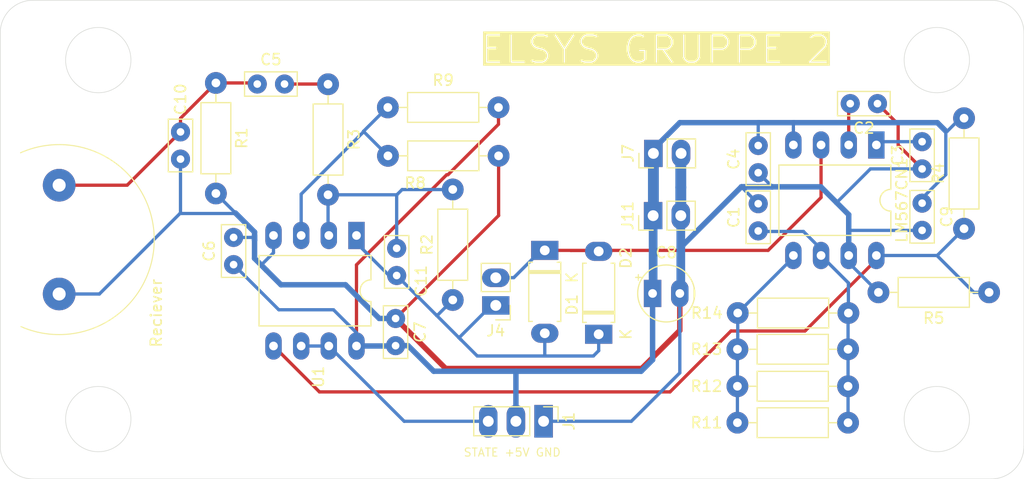
<source format=kicad_pcb>
(kicad_pcb (version 20241229) (generator "pcbnew") (generator_version "9.0")
  (layers (0 "F.Cu" signal) (2 "B.Cu" signal) (13 "F.Paste" user) (15 "B.Paste" user) (5 "F.SilkS" user "F.Silkscreen") (7 "B.SilkS" user "B.Silkscreen") (1 "F.Mask" user) (3 "B.Mask" user) (25 "Edge.Cuts" user))
  (net 0 "")
  (net 1 "GND")
  (net 2 "Net-(LM567CN1-Timing_Capacitor)")
  (net 3 "Net-(LM567CN1-Loop_Filter)")
  (net 4 "Net-(LM567CN1-Output_Filter)")
  (net 5 "+5V")
  (net 6 "Net-(MK1-+)")
  (net 7 "Net-(C5-Pad2)")
  (net 8 "Net-(D1-A)")
  (net 9 "Net-(U1A--)")
  (net 10 "Signal")
  (net 11 "State")
  (net 12 "Net-(LM567CN1-Timing_Resistor)")
  (net 13 "Net-(LM567CN1-Output)")
  (net 14 "Net-(U1A-+)")
  (footprint "UR:R_Axial_DIN0207_L6.3mm_D2.5mm_P10.16mm_Horizontal" (layer "F.Cu") (at 200.8 103.35 180)
    (property "Reference" "R5" (at 5.08 -2.37 0) (layer "F.SilkS"))
    (property "Value" "R")
    (fp_line (start 9.12 0) (end 8.35 0) (stroke (width 0.12)) (layer "F.SilkS"))
    (fp_line (start 8.35 1.37) (end 8.35 -1.37) (stroke (width 0.12)) (layer "F.SilkS"))
    (fp_line (start 8.35 -1.37) (end 1.81 -1.37) (stroke (width 0.12)) (layer "F.SilkS"))
    (fp_line (start 1.81 1.37) (end 8.35 1.37) (stroke (width 0.12)) (layer "F.SilkS"))
    (fp_line (start 1.81 -1.37) (end 1.81 1.37) (stroke (width 0.12)) (layer "F.SilkS"))
    (fp_line (start 1.04 0) (end 1.81 0) (stroke (width 0.12)) (layer "F.SilkS"))
    (pad "1" thru_hole circle (at 0 0 180) (size 2 2) (drill 0.8) (layers "*.Cu" "*.Mask") (net 13 "Net-(LM567CN1-Output)"))
    (pad "2" thru_hole circle (at 10.16 0 180) (size 2 2) (drill 0.8) (layers "*.Cu" "*.Mask") (net 1 "GND"))
  )
  (footprint "UR:C_Rect_L4.6mm_W2.0mm_P2.50mm_MKS02_FKP02" (layer "F.Cu") (at 146.4 99.3 -90)
    (property "Reference" "C11" (at 3 -2.25 90) (layer "F.SilkS"))
    (property "Value" "C")
    (fp_line (start -1.17 1.12) (end 3.67 1.12) (stroke (width 0.12)) (layer "F.SilkS"))
    (fp_line (start -1.17 -1.12) (end -1.17 1.12) (stroke (width 0.12)) (layer "F.SilkS"))
    (fp_line (start -1.17 -1.12) (end 3.67 -1.12) (stroke (width 0.12)) (layer "F.SilkS"))
    (fp_line (start 3.67 -1.12) (end 3.67 1.12) (stroke (width 0.12)) (layer "F.SilkS"))
    (pad "1" thru_hole circle (at 0 0 270) (size 1.75 1.75) (drill 0.7) (layers "*.Cu" "*.Mask") (net 9 "Net-(U1A--)"))
    (pad "2" thru_hole circle (at 2.5 0 270) (size 1.75 1.75) (drill 0.7) (layers "*.Cu" "*.Mask") (net 8 "Net-(D1-A)"))
  )
  (footprint "UR:C_Rect_L4.6mm_W2.0mm_P2.50mm_MKS02_FKP02" (layer "F.Cu") (at 194.65 95.15 -90)
    (property "Reference" "C9" (at 1.25 -2.25 90) (layer "F.SilkS"))
    (property "Value" "C")
    (fp_line (start -1.17 1.12) (end 3.67 1.12) (stroke (width 0.12)) (layer "F.SilkS"))
    (fp_line (start -1.17 -1.12) (end -1.17 1.12) (stroke (width 0.12)) (layer "F.SilkS"))
    (fp_line (start -1.17 -1.12) (end 3.67 -1.12) (stroke (width 0.12)) (layer "F.SilkS"))
    (fp_line (start 3.67 -1.12) (end 3.67 1.12) (stroke (width 0.12)) (layer "F.SilkS"))
    (pad "1" thru_hole circle (at 0 0 270) (size 1.75 1.75) (drill 0.7) (layers "*.Cu" "*.Mask") (net 5 "+5V"))
    (pad "2" thru_hole circle (at 2.5 0 270) (size 1.75 1.75) (drill 0.7) (layers "*.Cu" "*.Mask") (net 1 "GND"))
  )
  (footprint "UR:C_Rect_L4.6mm_W2.0mm_P2.50mm_MKS02_FKP02" (layer "F.Cu") (at 194.65 92 90)
    (property "Reference" "C3" (at 1.25 -2.25 270) (layer "F.SilkS"))
    (property "Value" "C")
    (fp_line (start 3.67 -1.12) (end 3.67 1.12) (stroke (width 0.12)) (layer "F.SilkS"))
    (fp_line (start -1.17 -1.12) (end 3.67 -1.12) (stroke (width 0.12)) (layer "F.SilkS"))
    (fp_line (start -1.17 -1.12) (end -1.17 1.12) (stroke (width 0.12)) (layer "F.SilkS"))
    (fp_line (start -1.17 1.12) (end 3.67 1.12) (stroke (width 0.12)) (layer "F.SilkS"))
    (pad "1" thru_hole circle (at 0 0 90) (size 1.75 1.75) (drill 0.7) (layers "*.Cu" "*.Mask") (net 1 "GND"))
    (pad "2" thru_hole circle (at 2.5 0 90) (size 1.75 1.75) (drill 0.7) (layers "*.Cu" "*.Mask") (net 4 "Net-(LM567CN1-Output_Filter)"))
  )
  (footprint "UR:C_Rect_L4.6mm_W2.0mm_P2.50mm_MKS02_FKP02" (layer "F.Cu") (at 190.55 86 180)
    (property "Reference" "C2" (at 1.25 -2.25 0) (layer "F.SilkS"))
    (property "Value" "C")
    (fp_line (start 3.67 -1.12) (end 3.67 1.12) (stroke (width 0.12)) (layer "F.SilkS"))
    (fp_line (start -1.17 1.12) (end 3.67 1.12) (stroke (width 0.12)) (layer "F.SilkS"))
    (fp_line (start -1.17 -1.12) (end 3.67 -1.12) (stroke (width 0.12)) (layer "F.SilkS"))
    (fp_line (start -1.17 -1.12) (end -1.17 1.12) (stroke (width 0.12)) (layer "F.SilkS"))
    (pad "1" thru_hole circle (at 0 0 180) (size 1.75 1.75) (drill 0.7) (layers "*.Cu" "*.Mask") (net 1 "GND"))
    (pad "2" thru_hole circle (at 2.5 0 180) (size 1.75 1.75) (drill 0.7) (layers "*.Cu" "*.Mask") (net 3 "Net-(LM567CN1-Loop_Filter)"))
  )
  (footprint "UR:R_Axial_DIN0207_L6.3mm_D2.5mm_P10.16mm_Horizontal" (layer "F.Cu") (at 187.85 108.58 180)
    (property "Reference" "R13" (at 13 0 0) (layer "F.SilkS"))
    (property "Value" "R")
    (fp_line (start 9.12 0) (end 8.35 0) (stroke (width 0.12)) (layer "F.SilkS"))
    (fp_line (start 8.35 1.37) (end 8.35 -1.37) (stroke (width 0.12)) (layer "F.SilkS"))
    (fp_line (start 8.35 -1.37) (end 1.81 -1.37) (stroke (width 0.12)) (layer "F.SilkS"))
    (fp_line (start 1.81 1.37) (end 8.35 1.37) (stroke (width 0.12)) (layer "F.SilkS"))
    (fp_line (start 1.81 -1.37) (end 1.81 1.37) (stroke (width 0.12)) (layer "F.SilkS"))
    (fp_line (start 1.04 0) (end 1.81 0) (stroke (width 0.12)) (layer "F.SilkS"))
    (pad "1" thru_hole circle (at 0 0 180) (size 2 2) (drill 0.8) (layers "*.Cu" "*.Mask") (net 2 "Net-(LM567CN1-Timing_Capacitor)"))
    (pad "2" thru_hole circle (at 10.16 0 180) (size 2 2) (drill 0.8) (layers "*.Cu" "*.Mask") (net 12 "Net-(LM567CN1-Timing_Resistor)"))
  )
  (footprint "UR:R_Axial_DIN0207_L6.3mm_D2.5mm_P10.16mm_Horizontal" (layer "F.Cu") (at 129.8 84.1 -90)
    (property "Reference" "R1" (at 5.08 -2.37 90) (layer "F.SilkS"))
    (property "Value" "R")
    (fp_line (start 1.81 1.37) (end 8.35 1.37) (stroke (width 0.12)) (layer "F.SilkS"))
    (fp_line (start 8.35 1.37) (end 8.35 -1.37) (stroke (width 0.12)) (layer "F.SilkS"))
    (fp_line (start 1.04 0) (end 1.81 0) (stroke (width 0.12)) (layer "F.SilkS"))
    (fp_line (start 9.12 0) (end 8.35 0) (stroke (width 0.12)) (layer "F.SilkS"))
    (fp_line (start 1.81 -1.37) (end 1.81 1.37) (stroke (width 0.12)) (layer "F.SilkS"))
    (fp_line (start 8.35 -1.37) (end 1.81 -1.37) (stroke (width 0.12)) (layer "F.SilkS"))
    (pad "1" thru_hole circle (at 0 0 270) (size 2 2) (drill 0.8) (layers "*.Cu" "*.Mask") (net 6 "Net-(MK1-+)"))
    (pad "2" thru_hole circle (at 10.16 0 270) (size 2 2) (drill 0.8) (layers "*.Cu" "*.Mask") (net 1 "GND"))
  )
  (footprint "UR:R_Axial_DIN0207_L6.3mm_D2.5mm_P10.16mm_Horizontal" (layer "F.Cu") (at 151.55 104.05 90)
    (property "Reference" "R2" (at 5.08 -2.37 270) (layer "F.SilkS"))
    (property "Value" "R")
    (fp_line (start 8.35 -1.37) (end 1.81 -1.37) (stroke (width 0.12)) (layer "F.SilkS"))
    (fp_line (start 1.81 -1.37) (end 1.81 1.37) (stroke (width 0.12)) (layer "F.SilkS"))
    (fp_line (start 9.12 0) (end 8.35 0) (stroke (width 0.12)) (layer "F.SilkS"))
    (fp_line (start 1.04 0) (end 1.81 0) (stroke (width 0.12)) (layer "F.SilkS"))
    (fp_line (start 8.35 1.37) (end 8.35 -1.37) (stroke (width 0.12)) (layer "F.SilkS"))
    (fp_line (start 1.81 1.37) (end 8.35 1.37) (stroke (width 0.12)) (layer "F.SilkS"))
    (pad "1" thru_hole circle (at 0 0 90) (size 2 2) (drill 0.8) (layers "*.Cu" "*.Mask") (net 8 "Net-(D1-A)"))
    (pad "2" thru_hole circle (at 10.16 0 90) (size 2 2) (drill 0.8) (layers "*.Cu" "*.Mask") (net 9 "Net-(U1A--)"))
  )
  (footprint "Diode_THT:D_A-405_P7.62mm_Horizontal" (layer "F.Cu") (at 164.95 107.2 90)
    (property "Reference" "D2" (at 7 2.5 90) (layer "F.SilkS"))
    (property "Value" "D")
    (fp_line (start 6.53 -1.47) (end 6.53 -1.14) (stroke (width 0.12)) (layer "F.SilkS"))
    (fp_line (start 2.11 -1.47) (end 2.11 1.47) (stroke (width 0.12)) (layer "F.SilkS"))
    (fp_line (start 1.99 -1.47) (end 1.99 1.47) (stroke (width 0.12)) (layer "F.SilkS"))
    (fp_line (start 1.87 -1.47) (end 1.87 1.47) (stroke (width 0.12)) (layer "F.SilkS"))
    (fp_line (start 1.09 -1.47) (end 6.53 -1.47) (stroke (width 0.12)) (layer "F.SilkS"))
    (fp_line (start 1.09 -1.14) (end 1.09 -1.47) (stroke (width 0.12)) (layer "F.SilkS"))
    (fp_line (start 1.09 1.14) (end 1.09 1.47) (stroke (width 0.12)) (layer "F.SilkS"))
    (fp_line (start 6.53 1.47) (end 6.53 1.14) (stroke (width 0.12)) (layer "F.SilkS"))
    (fp_line (start 1.09 1.47) (end 6.53 1.47) (stroke (width 0.12)) (layer "F.SilkS"))
    (fp_text user "K" (at 0 2.5 90) (layer "F.SilkS"))
    (pad "1" thru_hole rect (at 0 0 90) (size 1.75 2.5) (drill 0.9) (layers "*.Cu" "*.Mask") (net 8 "Net-(D1-A)"))
    (pad "2" thru_hole oval (at 7.62 0 90) (size 1.75 2.5) (drill 0.9) (layers "*.Cu" "*.Mask") (net 10 "Signal"))
  )
  (footprint "UR:C_Rect_L4.6mm_W2.0mm_P2.50mm_MKS02_FKP02" (layer "F.Cu") (at 126.55 91.1 90)
    (property "Reference" "C10" (at 5.5 0 270) (layer "F.SilkS"))
    (property "Value" "C")
    (fp_line (start 3.67 -1.12) (end 3.67 1.12) (stroke (width 0.12)) (layer "F.SilkS"))
    (fp_line (start -1.17 -1.12) (end 3.67 -1.12) (stroke (width 0.12)) (layer "F.SilkS"))
    (fp_line (start -1.17 -1.12) (end -1.17 1.12) (stroke (width 0.12)) (layer "F.SilkS"))
    (fp_line (start -1.17 1.12) (end 3.67 1.12) (stroke (width 0.12)) (layer "F.SilkS"))
    (pad "1" thru_hole circle (at 0 0 90) (size 1.75 1.75) (drill 0.7) (layers "*.Cu" "*.Mask") (net 1 "GND"))
    (pad "2" thru_hole circle (at 2.5 0 90) (size 1.75 1.75) (drill 0.7) (layers "*.Cu" "*.Mask") (net 6 "Net-(MK1-+)"))
  )
  (footprint "Connector_PinHeader_2.54mm:PinHeader_1x02_P2.54mm_Vertical" (layer "F.Cu") (at 169.975 90.575 90)
    (property "Reference" "J7" (at 0 -2.33 90) (layer "F.SilkS"))
    (property "Value" "Conn_01x02")
    (fp_line (start -1.33 -1.33) (end 0 -1.33) (stroke (width 0.12)) (layer "F.SilkS"))
    (fp_line (start -1.33 0) (end -1.33 -1.33) (stroke (width 0.12)) (layer "F.SilkS"))
    (fp_line (start 1.33 1.27) (end 1.33 3.87) (stroke (width 0.12)) (layer "F.SilkS"))
    (fp_line (start -1.33 1.27) (end 1.33 1.27) (stroke (width 0.12)) (layer "F.SilkS"))
    (fp_line (start -1.33 1.27) (end -1.33 3.87) (stroke (width 0.12)) (layer "F.SilkS"))
    (fp_line (start -1.33 3.87) (end 1.33 3.87) (stroke (width 0.12)) (layer "F.SilkS"))
    (pad "1" thru_hole rect (at 0 0 90) (size 2.5 1.7) (drill 1) (layers "*.Cu" "*.Mask") (net 5 "+5V"))
    (pad "2" thru_hole oval (at 0 2.54 90) (size 2.5 1.7) (drill 1) (layers "*.Cu" "*.Mask") (net 1 "GND"))
  )
  (footprint "UR:R_Axial_DIN0207_L6.3mm_D2.5mm_P10.16mm_Horizontal" (layer "F.Cu") (at 140.1 84.22 -90)
    (property "Reference" "R3" (at 5.08 -2.37 90) (layer "F.SilkS"))
    (property "Value" "R")
    (fp_line (start 1.81 1.37) (end 8.35 1.37) (stroke (width 0.12)) (layer "F.SilkS"))
    (fp_line (start 8.35 1.37) (end 8.35 -1.37) (stroke (width 0.12)) (layer "F.SilkS"))
    (fp_line (start 1.04 0) (end 1.81 0) (stroke (width 0.12)) (layer "F.SilkS"))
    (fp_line (start 9.12 0) (end 8.35 0) (stroke (width 0.12)) (layer "F.SilkS"))
    (fp_line (start 1.81 -1.37) (end 1.81 1.37) (stroke (width 0.12)) (layer "F.SilkS"))
    (fp_line (start 8.35 -1.37) (end 1.81 -1.37) (stroke (width 0.12)) (layer "F.SilkS"))
    (pad "1" thru_hole circle (at 0 0 270) (size 2 2) (drill 0.8) (layers "*.Cu" "*.Mask") (net 7 "Net-(C5-Pad2)"))
    (pad "2" thru_hole circle (at 10.16 0 270) (size 2 2) (drill 0.8) (layers "*.Cu" "*.Mask") (net 9 "Net-(U1A--)"))
  )
  (footprint "UR:R_Axial_DIN0207_L6.3mm_D2.5mm_P10.16mm_Horizontal" (layer "F.Cu") (at 187.88 105.25 180)
    (property "Reference" "R14" (at 13 0 0) (layer "F.SilkS"))
    (property "Value" "R")
    (fp_line (start 9.12 0) (end 8.35 0) (stroke (width 0.12)) (layer "F.SilkS"))
    (fp_line (start 8.35 1.37) (end 8.35 -1.37) (stroke (width 0.12)) (layer "F.SilkS"))
    (fp_line (start 8.35 -1.37) (end 1.81 -1.37) (stroke (width 0.12)) (layer "F.SilkS"))
    (fp_line (start 1.81 1.37) (end 8.35 1.37) (stroke (width 0.12)) (layer "F.SilkS"))
    (fp_line (start 1.81 -1.37) (end 1.81 1.37) (stroke (width 0.12)) (layer "F.SilkS"))
    (fp_line (start 1.04 0) (end 1.81 0) (stroke (width 0.12)) (layer "F.SilkS"))
    (pad "1" thru_hole circle (at 0 0 180) (size 2 2) (drill 0.8) (layers "*.Cu" "*.Mask") (net 2 "Net-(LM567CN1-Timing_Capacitor)"))
    (pad "2" thru_hole circle (at 10.16 0 180) (size 2 2) (drill 0.8) (layers "*.Cu" "*.Mask") (net 12 "Net-(LM567CN1-Timing_Resistor)"))
  )
  (footprint "UR:C_Rect_L4.6mm_W2.0mm_P2.50mm_MKS02_FKP02" (layer "F.Cu") (at 179.6 92.35 90)
    (property "Reference" "C4" (at 1.25 -2.25 270) (layer "F.SilkS"))
    (property "Value" "C")
    (fp_line (start 3.67 -1.12) (end 3.67 1.12) (stroke (width 0.12)) (layer "F.SilkS"))
    (fp_line (start -1.17 -1.12) (end 3.67 -1.12) (stroke (width 0.12)) (layer "F.SilkS"))
    (fp_line (start -1.17 -1.12) (end -1.17 1.12) (stroke (width 0.12)) (layer "F.SilkS"))
    (fp_line (start -1.17 1.12) (end 3.67 1.12) (stroke (width 0.12)) (layer "F.SilkS"))
    (pad "1" thru_hole circle (at 0 0 90) (size 1.75 1.75) (drill 0.7) (layers "*.Cu" "*.Mask") (net 1 "GND"))
    (pad "2" thru_hole circle (at 2.5 0 90) (size 1.75 1.75) (drill 0.7) (layers "*.Cu" "*.Mask") (net 5 "+5V"))
  )
  (footprint "Connector_PinHeader_2.54mm:PinHeader_1x02_P2.54mm_Vertical" (layer "F.Cu") (at 169.95 96.3 90)
    (property "Reference" "J11" (at 0 -2.33 90) (layer "F.SilkS"))
    (property "Value" "Conn_01x02")
    (fp_line (start -1.33 -1.33) (end 0 -1.33) (stroke (width 0.12)) (layer "F.SilkS"))
    (fp_line (start -1.33 0) (end -1.33 -1.33) (stroke (width 0.12)) (layer "F.SilkS"))
    (fp_line (start 1.33 1.27) (end 1.33 3.87) (stroke (width 0.12)) (layer "F.SilkS"))
    (fp_line (start -1.33 1.27) (end 1.33 1.27) (stroke (width 0.12)) (layer "F.SilkS"))
    (fp_line (start -1.33 1.27) (end -1.33 3.87) (stroke (width 0.12)) (layer "F.SilkS"))
    (fp_line (start -1.33 3.87) (end 1.33 3.87) (stroke (width 0.12)) (layer "F.SilkS"))
    (pad "1" thru_hole rect (at 0 0 90) (size 2.5 1.7) (drill 1) (layers "*.Cu" "*.Mask") (net 5 "+5V"))
    (pad "2" thru_hole oval (at 0 2.54 90) (size 2.5 1.7) (drill 1) (layers "*.Cu" "*.Mask") (net 1 "GND"))
  )
  (footprint "UR:C_Rect_L4.6mm_W2.0mm_P2.50mm_MKS02_FKP02" (layer "F.Cu") (at 131.425 100.8 90)
    (property "Reference" "C6" (at 1.25 -2.25 270) (layer "F.SilkS"))
    (property "Value" "C")
    (fp_line (start 3.67 -1.12) (end 3.67 1.12) (stroke (width 0.12)) (layer "F.SilkS"))
    (fp_line (start -1.17 -1.12) (end 3.67 -1.12) (stroke (width 0.12)) (layer "F.SilkS"))
    (fp_line (start -1.17 -1.12) (end -1.17 1.12) (stroke (width 0.12)) (layer "F.SilkS"))
    (fp_line (start -1.17 1.12) (end 3.67 1.12) (stroke (width 0.12)) (layer "F.SilkS"))
    (pad "1" thru_hole circle (at 0 0 90) (size 1.75 1.75) (drill 0.7) (layers "*.Cu" "*.Mask") (net 5 "+5V"))
    (pad "2" thru_hole circle (at 2.5 0 90) (size 1.75 1.75) (drill 0.7) (layers "*.Cu" "*.Mask") (net 1 "GND"))
  )
  (footprint "UR:C_Rect_L4.6mm_W2.0mm_P2.50mm_MKS02_FKP02" (layer "F.Cu") (at 133.6 84.2)
    (property "Reference" "C5" (at 1.25 -2.25 180) (layer "F.SilkS"))
    (property "Value" "C")
    (fp_line (start -1.17 -1.12) (end -1.17 1.12) (stroke (width 0.12)) (layer "F.SilkS"))
    (fp_line (start -1.17 -1.12) (end 3.67 -1.12) (stroke (width 0.12)) (layer "F.SilkS"))
    (fp_line (start -1.17 1.12) (end 3.67 1.12) (stroke (width 0.12)) (layer "F.SilkS"))
    (fp_line (start 3.67 -1.12) (end 3.67 1.12) (stroke (width 0.12)) (layer "F.SilkS"))
    (pad "1" thru_hole circle (at 0 0) (size 1.75 1.75) (drill 0.7) (layers "*.Cu" "*.Mask") (net 6 "Net-(MK1-+)"))
    (pad "2" thru_hole circle (at 2.5 0) (size 1.75 1.75) (drill 0.7) (layers "*.Cu" "*.Mask") (net 7 "Net-(C5-Pad2)"))
  )
  (footprint "Connector_PinHeader_2.54mm:PinHeader_1x02_P2.54mm_Vertical" (layer "F.Cu") (at 155.5 104.55 180)
    (property "Reference" "J4" (at 0 -2.33 0) (layer "F.SilkS"))
    (property "Value" "Conn_01x02")
    (fp_line (start 1.33 1.27) (end 1.33 3.87) (stroke (width 0.12)) (layer "F.SilkS"))
    (fp_line (start -1.33 3.87) (end 1.33 3.87) (stroke (width 0.12)) (layer "F.SilkS"))
    (fp_line (start -1.33 1.27) (end 1.33 1.27) (stroke (width 0.12)) (layer "F.SilkS"))
    (fp_line (start -1.33 1.27) (end -1.33 3.87) (stroke (width 0.12)) (layer "F.SilkS"))
    (fp_line (start -1.33 0) (end -1.33 -1.33) (stroke (width 0.12)) (layer "F.SilkS"))
    (fp_line (start -1.33 -1.33) (end 0 -1.33) (stroke (width 0.12)) (layer "F.SilkS"))
    (pad "1" thru_hole rect (at 0 0 180) (size 2.5 1.7) (drill 1) (layers "*.Cu" "*.Mask") (net 8 "Net-(D1-A)"))
    (pad "2" thru_hole oval (at 0 2.54 180) (size 2.5 1.7) (drill 1) (layers "*.Cu" "*.Mask") (net 10 "Signal"))
  )
  (footprint "UR:C_Rect_L4.6mm_W2.0mm_P2.50mm_MKS02_FKP02" (layer "F.Cu") (at 179.6 97.7 90)
    (property "Reference" "C1" (at 1.25 -2.25 270) (layer "F.SilkS"))
    (property "Value" "C")
    (fp_line (start 3.67 -1.12) (end 3.67 1.12) (stroke (width 0.12)) (layer "F.SilkS"))
    (fp_line (start -1.17 -1.12) (end 3.67 -1.12) (stroke (width 0.12)) (layer "F.SilkS"))
    (fp_line (start -1.17 -1.12) (end -1.17 1.12) (stroke (width 0.12)) (layer "F.SilkS"))
    (fp_line (start -1.17 1.12) (end 3.67 1.12) (stroke (width 0.12)) (layer "F.SilkS"))
    (pad "1" thru_hole circle (at 0 0 90) (size 1.75 1.75) (drill 0.7) (layers "*.Cu" "*.Mask") (net 2 "Net-(LM567CN1-Timing_Capacitor)"))
    (pad "2" thru_hole circle (at 2.5 0 90) (size 1.75 1.75) (drill 0.7) (layers "*.Cu" "*.Mask") (net 1 "GND"))
  )
  (footprint "Connector_PinHeader_2.54mm:PinHeader_1x03_P2.54mm_Vertical" (layer "F.Cu") (at 159.89 115.2 -90)
    (property "Reference" "J1" (at 0 -2.33 90) (layer "F.SilkS"))
    (property "Value" "Conn_01x03")
    (fp_line (start -1.33 6.41) (end 1.33 6.41) (stroke (width 0.12)) (layer "F.SilkS"))
    (fp_line (start -1.33 1.27) (end -1.33 6.41) (stroke (width 0.12)) (layer "F.SilkS"))
    (fp_line (start -1.33 1.27) (end 1.33 1.27) (stroke (width 0.12)) (layer "F.SilkS"))
    (fp_line (start 1.33 1.27) (end 1.33 6.41) (stroke (width 0.12)) (layer "F.SilkS"))
    (fp_line (start -1.33 0) (end -1.33 -1.33) (stroke (width 0.12)) (layer "F.SilkS"))
    (fp_line (start -1.33 -1.33) (end 0 -1.33) (stroke (width 0.12)) (layer "F.SilkS"))
    (pad "1" thru_hole rect (at 0 0 270) (size 3 1.7) (drill 1) (layers "*.Cu" "*.Mask") (net 1 "GND"))
    (pad "2" thru_hole oval (at 0 2.54 270) (size 3 1.7) (drill 1) (layers "*.Cu" "*.Mask") (net 5 "+5V"))
    (pad "3" thru_hole oval (at 0 5.08 270) (size 3 1.7) (drill 1) (layers "*.Cu" "*.Mask") (net 11 "State"))
  )
  (footprint "UR:R_Axial_DIN0207_L6.3mm_D2.5mm_P10.16mm_Horizontal" (layer "F.Cu") (at 145.6 90.8)
    (property "Reference" "R8" (at 2.5 2.5 180) (layer "F.SilkS"))
    (property "Value" "R")
    (fp_line (start 1.04 0) (end 1.81 0) (stroke (width 0.12)) (layer "F.SilkS"))
    (fp_line (start 1.81 -1.37) (end 1.81 1.37) (stroke (width 0.12)) (layer "F.SilkS"))
    (fp_line (start 1.81 1.37) (end 8.35 1.37) (stroke (width 0.12)) (layer "F.SilkS"))
    (fp_line (start 8.35 -1.37) (end 1.81 -1.37) (stroke (width 0.12)) (layer "F.SilkS"))
    (fp_line (start 8.35 1.37) (end 8.35 -1.37) (stroke (width 0.12)) (layer "F.SilkS"))
    (fp_line (start 9.12 0) (end 8.35 0) (stroke (width 0.12)) (layer "F.SilkS"))
    (pad "1" thru_hole circle (at 0 0) (size 2 2) (drill 0.8) (layers "*.Cu" "*.Mask") (net 14 "Net-(U1A-+)"))
    (pad "2" thru_hole circle (at 10.16 0) (size 2 2) (drill 0.8) (layers "*.Cu" "*.Mask") (net 1 "GND"))
  )
  (footprint "UR:UR-1640K-TT-2-R" (layer "F.Cu") (at 115.407163 103.5 90)
    (property "Reference" "MK1" (hide yes))
    (property "Value" "Receiver")
    (fp_arc (start 12.979517 -3.546451) (mid 5.025383 8.732088) (end -3 -3.5) (stroke (width 0.1)) (layer "F.SilkS"))
    (fp_text user "Reciever" (at -5 9.5 90) (layer "F.SilkS") (effects (justify left bottom)))
    (pad "1" thru_hole circle (at 0 0 90) (size 3 3) (drill 1.2) (layers "*.Cu" "*.Mask") (net 1 "GND"))
    (pad "2" thru_hole circle (at 10 0 90) (size 3 3) (drill 1.2) (layers "*.Cu" "*.Mask") (net 6 "Net-(MK1-+)"))
  )
  (footprint "Package_DIP:DIP-8_W10.16mm" (layer "F.Cu") (at 190.45 89.8 -90)
    (property "Reference" "LM567CN1" (at 5.08 -2.33 90) (layer "F.SilkS"))
    (property "Value" "~")
    (fp_line (start 1.845 8.95) (end 8.315 8.95) (stroke (width 0.12)) (layer "F.SilkS"))
    (fp_line (start 8.315 8.95) (end 8.315 -1.33) (stroke (width 0.12)) (layer "F.SilkS"))
    (fp_line (start 1.845 -1.33) (end 1.845 8.95) (stroke (width 0.12)) (layer "F.SilkS"))
    (fp_line (start 4.08 -1.33) (end 1.845 -1.33) (stroke (width 0.12)) (layer "F.SilkS"))
    (fp_line (start 8.315 -1.33) (end 6.08 -1.33) (stroke (width 0.12)) (layer "F.SilkS"))
    (fp_arc (start 6.08 -1.33) (mid 5.08 -0.33) (end 4.08 -1.33) (stroke (width 0.12)) (layer "F.SilkS"))
    (pad "1" thru_hole rect (at 0 0 270) (size 2.5 1.5) (drill 0.8) (layers "*.Cu" "*.Mask") (net 4 "Net-(LM567CN1-Output_Filter)"))
    (pad "2" thru_hole oval (at 0 2.54 270) (size 2.5 1.5) (drill 0.8) (layers "*.Cu" "*.Mask") (net 3 "Net-(LM567CN1-Loop_Filter)"))
    (pad "3" thru_hole oval (at 0 5.08 270) (size 2.5 1.5) (drill 0.8) (layers "*.Cu" "*.Mask") (net 10 "Signal"))
    (pad "4" thru_hole oval (at 0 7.62 270) (size 2.5 1.5) (drill 0.8) (layers "*.Cu" "*.Mask") (net 5 "+5V"))
    (pad "5" thru_hole oval (at 10.16 7.62 270) (size 2.5 1.5) (drill 0.8) (layers "*.Cu" "*.Mask") (net 12 "Net-(LM567CN1-Timing_Resistor)"))
    (pad "6" thru_hole oval (at 10.16 5.08 270) (size 2.5 1.5) (drill 0.8) (layers "*.Cu" "*.Mask") (net 2 "Net-(LM567CN1-Timing_Capacitor)"))
    (pad "7" thru_hole oval (at 10.16 2.54 270) (size 2.5 1.5) (drill 0.8) (layers "*.Cu" "*.Mask") (net 1 "GND"))
    (pad "8" thru_hole oval (at 10.16 0 270) (size 2.5 1.5) (drill 0.8) (layers "*.Cu" "*.Mask") (net 13 "Net-(LM567CN1-Output)"))
  )
  (footprint "Diode_THT:D_A-405_P7.62mm_Horizontal" (layer "F.Cu") (at 160 99.49 -90)
    (property "Reference" "D1" (at 5 -2.5 90) (layer "F.SilkS"))
    (property "Value" "D")
    (fp_line (start 1.09 1.47) (end 6.53 1.47) (stroke (width 0.12)) (layer "F.SilkS"))
    (fp_line (start 6.53 1.47) (end 6.53 1.14) (stroke (width 0.12)) (layer "F.SilkS"))
    (fp_line (start 1.09 1.14) (end 1.09 1.47) (stroke (width 0.12)) (layer "F.SilkS"))
    (fp_line (start 1.09 -1.14) (end 1.09 -1.47) (stroke (width 0.12)) (layer "F.SilkS"))
    (fp_line (start 1.09 -1.47) (end 6.53 -1.47) (stroke (width 0.12)) (layer "F.SilkS"))
    (fp_line (start 1.87 -1.47) (end 1.87 1.47) (stroke (width 0.12)) (layer "F.SilkS"))
    (fp_line (start 1.99 -1.47) (end 1.99 1.47) (stroke (width 0.12)) (layer "F.SilkS"))
    (fp_line (start 2.11 -1.47) (end 2.11 1.47) (stroke (width 0.12)) (layer "F.SilkS"))
    (fp_line (start 6.53 -1.47) (end 6.53 -1.14) (stroke (width 0.12)) (layer "F.SilkS"))
    (fp_text user "K" (at 2.5 -2.5 90) (layer "F.SilkS"))
    (pad "1" thru_hole rect (at 0 0 270) (size 1.75 2.5) (drill 0.9) (layers "*.Cu" "*.Mask") (net 10 "Signal"))
    (pad "2" thru_hole oval (at 7.62 0 270) (size 1.75 2.5) (drill 0.9) (layers "*.Cu" "*.Mask") (net 8 "Net-(D1-A)"))
  )
  (footprint "Package_DIP:DIP-8_W10.16mm" (layer "F.Cu") (at 142.71 98.12 -90)
    (property "Reference" "U1" (at 13 3.5 90) (layer "F.SilkS"))
    (property "Value" "LM358")
    (fp_line (start 1.845 8.95) (end 8.315 8.95) (stroke (width 0.12)) (layer "F.SilkS"))
    (fp_line (start 8.315 8.95) (end 8.315 -1.33) (stroke (width 0.12)) (layer "F.SilkS"))
    (fp_line (start 1.845 -1.33) (end 1.845 8.95) (stroke (width 0.12)) (layer "F.SilkS"))
    (fp_line (start 4.08 -1.33) (end 1.845 -1.33) (stroke (width 0.12)) (layer "F.SilkS"))
    (fp_line (start 8.315 -1.33) (end 6.08 -1.33) (stroke (width 0.12)) (layer "F.SilkS"))
    (fp_arc (start 6.08 -1.33) (mid 5.08 -0.33) (end 4.08 -1.33) (stroke (width 0.12)) (layer "F.SilkS"))
    (pad "1" thru_hole rect (at 0 0 270) (size 2.5 1.5) (drill 0.8) (layers "*.Cu" "*.Mask") (net 8 "Net-(D1-A)"))
    (pad "2" thru_hole oval (at 0 2.54 270) (size 2.5 1.5) (drill 0.8) (layers "*.Cu" "*.Mask") (net 9 "Net-(U1A--)"))
    (pad "3" thru_hole oval (at 0 5.08 270) (size 2.5 1.5) (drill 0.8) (layers "*.Cu" "*.Mask") (net 14 "Net-(U1A-+)"))
    (pad "4" thru_hole oval (at 0 7.62 270) (size 2.5 1.5) (drill 0.8) (layers "*.Cu" "*.Mask") (net 1 "GND"))
    (pad "5" thru_hole oval (at 10.16 7.62 270) (size 2.5 1.5) (drill 0.8) (layers "*.Cu" "*.Mask") (net 13 "Net-(LM567CN1-Output)"))
    (pad "6" thru_hole oval (at 10.16 5.08 270) (size 2.5 1.5) (drill 0.8) (layers "*.Cu" "*.Mask") (net 11 "State"))
    (pad "7" thru_hole oval (at 10.16 2.54 270) (size 2.5 1.5) (drill 0.8) (layers "*.Cu" "*.Mask") (net 11 "State"))
    (pad "8" thru_hole oval (at 10.16 0 270) (size 2.5 1.5) (drill 0.8) (layers "*.Cu" "*.Mask") (net 5 "+5V"))
  )
  (footprint "UR:R_Axial_DIN0207_L6.3mm_D2.5mm_P10.16mm_Horizontal" (layer "F.Cu") (at 198.5 97.5 90)
    (property "Reference" "R4" (at 5.08 -2.37 270) (layer "F.SilkS"))
    (property "Value" "R")
    (fp_line (start 8.35 -1.37) (end 1.81 -1.37) (stroke (width 0.12)) (layer "F.SilkS"))
    (fp_line (start 1.81 -1.37) (end 1.81 1.37) (stroke (width 0.12)) (layer "F.SilkS"))
    (fp_line (start 9.12 0) (end 8.35 0) (stroke (width 0.12)) (layer "F.SilkS"))
    (fp_line (start 1.04 0) (end 1.81 0) (stroke (width 0.12)) (layer "F.SilkS"))
    (fp_line (start 8.35 1.37) (end 8.35 -1.37) (stroke (width 0.12)) (layer "F.SilkS"))
    (fp_line (start 1.81 1.37) (end 8.35 1.37) (stroke (width 0.12)) (layer "F.SilkS"))
    (pad "1" thru_hole circle (at 0 0 90) (size 2 2) (drill 0.8) (layers "*.Cu" "*.Mask") (net 13 "Net-(LM567CN1-Output)"))
    (pad "2" thru_hole circle (at 10.16 0 90) (size 2 2) (drill 0.8) (layers "*.Cu" "*.Mask") (net 5 "+5V"))
  )
  (footprint "UR:R_Axial_DIN0207_L6.3mm_D2.5mm_P10.16mm_Horizontal" (layer "F.Cu") (at 187.85 111.98 180)
    (property "Reference" "R12" (at 13 0 0) (layer "F.SilkS"))
    (property "Value" "R")
    (fp_line (start 9.12 0) (end 8.35 0) (stroke (width 0.12)) (layer "F.SilkS"))
    (fp_line (start 8.35 1.37) (end 8.35 -1.37) (stroke (width 0.12)) (layer "F.SilkS"))
    (fp_line (start 8.35 -1.37) (end 1.81 -1.37) (stroke (width 0.12)) (layer "F.SilkS"))
    (fp_line (start 1.81 1.37) (end 8.35 1.37) (stroke (width 0.12)) (layer "F.SilkS"))
    (fp_line (start 1.81 -1.37) (end 1.81 1.37) (stroke (width 0.12)) (layer "F.SilkS"))
    (fp_line (start 1.04 0) (end 1.81 0) (stroke (width 0.12)) (layer "F.SilkS"))
    (pad "1" thru_hole circle (at 0 0 180) (size 2 2) (drill 0.8) (layers "*.Cu" "*.Mask") (net 2 "Net-(LM567CN1-Timing_Capacitor)"))
    (pad "2" thru_hole circle (at 10.16 0 180) (size 2 2) (drill 0.8) (layers "*.Cu" "*.Mask") (net 12 "Net-(LM567CN1-Timing_Resistor)"))
  )
  (footprint "UR:R_Axial_DIN0207_L6.3mm_D2.5mm_P10.16mm_Horizontal" (layer "F.Cu") (at 187.85 115.33 180)
    (property "Reference" "R11" (at 13 0 0) (layer "F.SilkS"))
    (property "Value" "R")
    (fp_line (start 9.12 0) (end 8.35 0) (stroke (width 0.12)) (layer "F.SilkS"))
    (fp_line (start 8.35 1.37) (end 8.35 -1.37) (stroke (width 0.12)) (layer "F.SilkS"))
    (fp_line (start 8.35 -1.37) (end 1.81 -1.37) (stroke (width 0.12)) (layer "F.SilkS"))
    (fp_line (start 1.81 1.37) (end 8.35 1.37) (stroke (width 0.12)) (layer "F.SilkS"))
    (fp_line (start 1.81 -1.37) (end 1.81 1.37) (stroke (width 0.12)) (layer "F.SilkS"))
    (fp_line (start 1.04 0) (end 1.81 0) (stroke (width 0.12)) (layer "F.SilkS"))
    (pad "1" thru_hole circle (at 0 0 180) (size 2 2) (drill 0.8) (layers "*.Cu" "*.Mask") (net 2 "Net-(LM567CN1-Timing_Capacitor)"))
    (pad "2" thru_hole circle (at 10.16 0 180) (size 2 2) (drill 0.8) (layers "*.Cu" "*.Mask") (net 12 "Net-(LM567CN1-Timing_Resistor)"))
  )
  (footprint "UR:C_Rect_L4.6mm_W2.0mm_P2.50mm_MKS02_FKP02" (layer "F.Cu") (at 146.3 105.75 -90)
    (property "Reference" "C7" (at 1.25 -2.25 90) (layer "F.SilkS"))
    (property "Value" "C")
    (fp_line (start -1.17 1.12) (end 3.67 1.12) (stroke (width 0.12)) (layer "F.SilkS"))
    (fp_line (start -1.17 -1.12) (end -1.17 1.12) (stroke (width 0.12)) (layer "F.SilkS"))
    (fp_line (start -1.17 -1.12) (end 3.67 -1.12) (stroke (width 0.12)) (layer "F.SilkS"))
    (fp_line (start 3.67 -1.12) (end 3.67 1.12) (stroke (width 0.12)) (layer "F.SilkS"))
    (pad "1" thru_hole circle (at 0 0 270) (size 1.75 1.75) (drill 0.7) (layers "*.Cu" "*.Mask") (net 1 "GND"))
    (pad "2" thru_hole circle (at 2.5 0 270) (size 1.75 1.75) (drill 0.7) (layers "*.Cu" "*.Mask") (net 5 "+5V"))
  )
  (footprint "Capacitor_THT:CP_Radial_D5.0mm_P2.50mm" (layer "F.Cu") (at 169.9 103.45)
    (property "Reference" "C8" (at 1.25 -3.75 0) (layer "F.SilkS"))
    (property "Value" "C_Polarized")
    (fp_line (start -1.554775 -1.475) (end -1.054775 -1.475) (stroke (width 0.12)) (layer "F.SilkS"))
    (fp_line (start -1.304775 -1.725) (end -1.304775 -1.225) (stroke (width 0.12)) (layer "F.SilkS"))
    (fp_line (start 3.811 -0.518) (end 3.811 0.518) (stroke (width 0.12)) (layer "F.SilkS"))
    (fp_line (start 3.851 -0.284) (end 3.851 0.284) (stroke (width 0.12)) (layer "F.SilkS"))
    (fp_circle (center 1.25 0) (end 3.87 0) (stroke (width 0.12)) (fill no) (layer "F.SilkS"))
    (pad "1" thru_hole rect (at 0 0) (size 1.6 2.5) (drill 0.8) (layers "*.Cu" "*.Mask") (net 5 "+5V"))
    (pad "2" thru_hole oval (at 2.5 0) (size 1.6 2.5) (drill 0.8) (layers "*.Cu" "*.Mask") (net 1 "GND"))
  )
  (footprint "UR:R_Axial_DIN0207_L6.3mm_D2.5mm_P10.16mm_Horizontal" (layer "F.Cu") (at 155.75 86.35 180)
    (property "Reference" "R9" (at 5.08 2.5 0) (layer "F.SilkS"))
    (property "Value" "R")
    (fp_line (start 9.12 0) (end 8.35 0) (stroke (width 0.12)) (layer "F.SilkS"))
    (fp_line (start 8.35 1.37) (end 8.35 -1.37) (stroke (width 0.12)) (layer "F.SilkS"))
    (fp_line (start 8.35 -1.37) (end 1.81 -1.37) (stroke (width 0.12)) (layer "F.SilkS"))
    (fp_line (start 1.81 1.37) (end 8.35 1.37) (stroke (width 0.12)) (layer "F.SilkS"))
    (fp_line (start 1.81 -1.37) (end 1.81 1.37) (stroke (width 0.12)) (layer "F.SilkS"))
    (fp_line (start 1.04 0) (end 1.81 0) (stroke (width 0.12)) (layer "F.SilkS"))
    (pad "1" thru_hole circle (at 0 0 180) (size 2 2) (drill 0.8) (layers "*.Cu" "*.Mask") (net 5 "+5V"))
    (pad "2" thru_hole circle (at 10.16 0 180) (size 2 2) (drill 0.8) (layers "*.Cu" "*.Mask") (net 14 "Net-(U1A-+)"))
  )
  (gr_line (start 201 76.5) (end 113 76.5) (stroke (width 0.05)) (layer "Edge.Cuts"))
  (gr_arc (start 201 76.5) (mid 203.12132 77.37868) (end 204 79.5) (stroke (width 0.05)) (layer "Edge.Cuts"))
  (gr_circle (center 196 115) (end 199 115) (stroke (width 0.05)) (fill no) (layer "Edge.Cuts"))
  (gr_arc (start 113 120.5) (mid 110.87868 119.62132) (end 110 117.5) (stroke (width 0.05)) (layer "Edge.Cuts"))
  (gr_line (start 204 117.5) (end 204 79.5) (stroke (width 0.05)) (layer "Edge.Cuts"))
  (gr_circle (center 196 82) (end 199 82) (stroke (width 0.05)) (fill no) (layer "Edge.Cuts"))
  (gr_line (start 110 79.5) (end 110 117.5) (stroke (width 0.05)) (layer "Edge.Cuts"))
  (gr_line (start 113 120.5) (end 201 120.5) (stroke (width 0.05)) (layer "Edge.Cuts"))
  (gr_arc (start 204 117.5) (mid 203.12132 119.62132) (end 201 120.5) (stroke (width 0.05)) (layer "Edge.Cuts"))
  (gr_circle (center 119 115) (end 122 115) (stroke (width 0.05)) (fill no) (layer "Edge.Cuts"))
  (gr_circle (center 119 82) (end 122 82) (stroke (width 0.05)) (fill no) (layer "Edge.Cuts"))
  (gr_arc (start 110 79.5) (mid 110.87868 77.37868) (end 113 76.5) (stroke (width 0.05)) (layer "Edge.Cuts"))
  (gr_text "STATE +5V GND" (at 152.5 118.5 0) (layer "F.SilkS") (effects (font (size 0.75 0.75) (thickness 0.1)) (justify left bottom)))
  (gr_text "ELSYS GRUPPE 2" (at 154 82.5 0) (layer "F.SilkS" knockout) (effects (font (size 2.5 2.5) (thickness 0.1)) (justify left bottom)))
  (segment (start 194.65 92) (end 192.45 89.8) (width 0.3) (layer "F.Cu") (net 1))
  (segment (start 155.76 90.8) (end 155.76 96.29) (width 0.3) (layer "F.Cu") (net 1))
  (segment (start 194.65 91.337436) (end 194.65 92) (width 0.3) (layer "F.Cu") (net 1))
  (segment (start 146.3 105.75) (end 150.9 110.35) (width 0.5) (layer "F.Cu") (net 1))
  (segment (start 172.4 106.85) (end 172.4 103.45) (width 0.5) (layer "F.Cu") (net 1))
  (segment (start 155.76 96.29) (end 146.3 105.75) (width 0.3) (layer "F.Cu") (net 1))
  (segment (start 150.9 110.35) (end 168.9 110.35) (width 0.5) (layer "F.Cu") (net 1))
  (segment (start 192.45 89.8) (end 192.45 87.9) (width 0.3) (layer "F.Cu") (net 1))
  (segment (start 168.9 110.35) (end 172.4 106.85) (width 0.5) (layer "F.Cu") (net 1))
  (segment (start 192.45 87.9) (end 190.55 86) (width 0.3) (layer "F.Cu") (net 1))
  (segment (start 144.8 105.75) (end 141.7 102.65) (width 0.5) (layer "B.Cu") (net 1))
  (segment (start 167.95 115.2) (end 159.89 115.2) (width 0.3) (layer "B.Cu") (net 1))
  (segment (start 133.9625 100.8375) (end 134.4375 101.3125) (width 0.3) (layer "B.Cu") (net 1))
  (segment (start 172.54 93.65) (end 172.49 93.7) (width 0.5) (layer "B.Cu") (net 1))
  (segment (start 180.9 93.65) (end 185.35 93.65) (width 0.5) (layer "B.Cu") (net 1))
  (segment (start 187.91 99.96) (end 187.91 97.7) (width 0.5) (layer "B.Cu") (net 1))
  (segment (start 187.91 97.7) (end 187.91 96.21) (width 0.5) (layer "B.Cu") (net 1))
  (segment (start 172.5 99.2) (end 172.49 99.2) (width 0.5) (layer "B.Cu") (net 1))
  (segment (start 133.35 98.55) (end 133.35 97.81) (width 0.5) (layer "B.Cu") (net 1))
  (segment (start 187.91 99.96) (end 187.9 99.97) (width 0.5) (layer "B.Cu") (net 1))
  (segment (start 146.3 105.75) (end 146.9 105.75) (width 0.5) (layer "B.Cu") (net 1))
  (segment (start 179.6 93.65) (end 178.05 93.65) (width 0.5) (layer "B.Cu") (net 1))
  (segment (start 131.595 96.055) (end 131.55 96.1) (width 0.3) (layer "B.Cu") (net 1))
  (segment (start 129.8 94.26) (end 131.595 96.055) (width 0.3) (layer "B.Cu") (net 1))
  (segment (start 172.49 103.36) (end 172.4 103.45) (width 0.5) (layer "B.Cu") (net 1))
  (segment (start 172.49 93.7) (end 172.49 90.6) (width 1) (layer "B.Cu") (net 1))
  (segment (start 126.5 96.1) (end 119.1 103.5) (width 0.3) (layer "B.Cu") (net 1))
  (segment (start 133.17 98.3) (end 131.425 98.3) (width 0.3) (layer "B.Cu") (net 1))
  (segment (start 146.3 105.75) (end 144.8 105.75) (width 0.5) (layer "B.Cu") (net 1))
  (segment (start 194.65 92) (end 189.9 92) (width 0.3) (layer "B.Cu") (net 1))
  (segment (start 135.09 98.12) (end 135.09 99.71) (width 0.3) (layer "B.Cu") (net 1))
  (segment (start 189.9 92) (end 186.8 95.1) (width 0.3) (layer "B.Cu") (net 1))
  (segment (start 155.76 90.76) (end 155.76 90.8) (width 0.5) (layer "B.Cu") (net 1))
  (segment (start 172.49 99.2) (end 172.49 103.36) (width 0.8) (layer "B.Cu") (net 1))
  (segment (start 187.96 97.65) (end 187.91 97.7) (width 0.3) (layer "B.Cu") (net 1))
  (segment (start 131.55 96.1) (end 126.5 96.1) (width 0.3) (layer "B.Cu") (net 1))
  (segment (start 187.91 100.62) (end 190.64 103.35) (width 0.3) (layer "B.Cu") (net 1))
  (segment (start 133.35 98.55) (end 133.35 98.12) (width 0.5) (layer "B.Cu") (net 1))
  (segment (start 172.4 110.75) (end 167.95 115.2) (width 0.3) (layer "B.Cu") (net 1))
  (segment (start 133.35 97.81) (end 131.595 96.055) (width 0.5) (layer "B.Cu") (net 1))
  (segment (start 133.35 100.225) (end 133.35 98.55) (width 0.5) (layer "B.Cu") (net 1))
  (segment (start 135.09 99.71) (end 133.9625 100.8375) (width 0.3) (layer "B.Cu") (net 1))
  (segment (start 179.6 93.65) (end 180.9 93.65) (width 0.5) (layer "B.Cu") (net 1))
  (segment (start 178.05 93.65) (end 180.9 93.65) (width 0.5) (layer "B.Cu") (net 1))
  (segment (start 172.49 90.6) (end 172.515 90.575) (width 0.5) (layer "B.Cu") (net 1))
  (segment (start 141.7 102.65) (end 135.775 102.65) (width 0.5) (layer "B.Cu") (net 1))
  (segment (start 179.6 95.2) (end 178.05 93.65) (width 0.3) (layer "B.Cu") (net 1))
  (segment (start 135.775 102.65) (end 134.4375 101.3125) (width 0.5) (layer "B.Cu") (net 1))
  (segment (start 126.5 96.1) (end 126.55 96.05) (width 0.3) (layer "B.Cu") (net 1))
  (segment (start 119.1 103.5) (end 115.407163 103.5) (width 0.3) (layer "B.Cu") (net 1))
  (segment (start 172.49 96.3) (end 172.49 93.7) (width 1) (layer "B.Cu") (net 1))
  (segment (start 134.4375 101.3125) (end 133.35 100.225) (width 0.5) (layer "B.Cu") (net 1))
  (segment (start 194.65 97.65) (end 187.96 97.65) (width 0.3) (layer "B.Cu") (net 1))
  (segment (start 172.4 103.45) (end 172.4 110.75) (width 0.3) (layer "B.Cu") (net 1))
  (segment (start 178.05 93.65) (end 172.5 99.2) (width 0.5) (layer "B.Cu") (net 1))
  (segment (start 126.55 96.05) (end 126.55 91.1) (width 0.3) (layer "B.Cu") (net 1))
  (segment (start 187.91 99.96) (end 187.91 100.62) (width 0.3) (layer "B.Cu") (net 1))
  (segment (start 172.49 96.3) (end 172.49 99.2) (width 0.8) (layer "B.Cu") (net 1))
  (segment (start 187.91 96.21) (end 186.8 95.1) (width 0.5) (layer "B.Cu") (net 1))
  (segment (start 188.05 99.82) (end 187.91 99.96) (width 0.5) (layer "B.Cu") (net 1))
  (segment (start 186.8 95.1) (end 185.35 93.65) (width 0.5) (layer "B.Cu") (net 1))
  (segment (start 179.6 92.35) (end 180.9 93.65) (width 0.3) (layer "B.Cu") (net 1))
  (segment (start 185.37 99.96) (end 185.37 99.37) (width 0.3) (layer "B.Cu") (net 2))
  (segment (start 187.85 111.98) (end 187.85 108.58) (width 0.3) (layer "B.Cu") (net 2))
  (segment (start 187.9 102.5) (end 187.88 102.52) (width 0.3) (layer "B.Cu") (net 2))
  (segment (start 185.405 99.995) (end 185.37 99.96) (width 0.3) (layer "B.Cu") (net 2))
  (segment (start 187.88 102.52) (end 187.88 105.25) (width 0.3) (layer "B.Cu") (net 2))
  (segment (start 185.08 100.25) (end 185.37 99.96) (width 0.5) (layer "B.Cu") (net 2))
  (segment (start 187.85 115.33) (end 187.85 111.98) (width 0.3) (layer "B.Cu") (net 2))
  (segment (start 187.85 108.58) (end 187.85 105.28) (width 0.3) (layer "B.Cu") (net 2))
  (segment (start 183.75 97.75) (end 179.65 97.75) (width 0.3) (layer "B.Cu") (net 2))
  (segment (start 185.37 99.96) (end 185.37 99.97) (width 0.3) (layer "B.Cu") (net 2))
  (segment (start 185.37 99.97) (end 187.9 102.5) (width 0.3) (layer "B.Cu") (net 2))
  (segment (start 185.37 99.37) (end 183.75 97.75) (width 0.3) (layer "B.Cu") (net 2))
  (segment (start 179.65 97.75) (end 179.6 97.7) (width 0.3) (layer "B.Cu") (net 2))
  (segment (start 187.85 105.28) (end 187.88 105.25) (width 0.3) (layer "B.Cu") (net 2))
  (segment (start 187.91 86.14) (end 188.05 86) (width 0.3) (layer "F.Cu") (net 3))
  (segment (start 187.91 86.64) (end 188.05 86.5) (width 0.5) (layer "F.Cu") (net 3))
  (segment (start 187.91 89.8) (end 187.91 86.14) (width 0.3) (layer "F.Cu") (net 3))
  (segment (start 188.05 89.66) (end 187.91 89.8) (width 0.5) (layer "B.Cu") (net 3))
  (segment (start 190.45 89.8) (end 190.45 89.2) (width 0.3) (layer "F.Cu") (net 4))
  (segment (start 190.75 89.5) (end 190.45 89.8) (width 0.5) (layer "B.Cu") (net 4))
  (segment (start 194.65 89.5) (end 190.75 89.5) (width 0.3) (layer "B.Cu") (net 4))
  (segment (start 190.59 89.66) (end 190.45 89.8) (width 0.3) (layer "B.Cu") (net 4))
  (segment (start 190.59 89.16) (end 190.59 89.66) (width 0.3) (layer "B.Cu") (net 4))
  (segment (start 150.990397 92.539) (end 151.111 92.539) (width 0.3) (layer "F.Cu") (net 5))
  (segment (start 142.71 100.819397) (end 150.990397 92.539) (width 0.3) (layer "F.Cu") (net 5))
  (segment (start 151.111 92.539) (end 155.75 87.9) (width 0.3) (layer "F.Cu") (net 5))
  (segment (start 155.75 87.9) (end 155.75 86.35) (width 0.3) (layer "F.Cu") (net 5))
  (segment (start 142.71 108.28) (end 142.71 100.819397) (width 0.3) (layer "F.Cu") (net 5))
  (segment (start 169.975 90.575) (end 169.975 96.275) (width 1) (layer "B.Cu") (net 5))
  (segment (start 172.4 87.75) (end 169.975 90.175) (width 0.5) (layer "B.Cu") (net 5))
  (segment (start 169.975 96.275) (end 169.95 96.3) (width 0.5) (layer "B.Cu") (net 5))
  (segment (start 179.6 89.85) (end 179.6 87.8) (width 0.3) (layer "B.Cu") (net 5))
  (segment (start 196.975 88.525) (end 196.825 88.525) (width 0.3) (layer "B.Cu") (net 5))
  (segment (start 157.35 110.6) (end 157.35 115.2) (width 0.5) (layer "B.Cu") (net 5))
  (segment (start 169.9 109.55) (end 168.85 110.6) (width 0.5) (layer "B.Cu") (net 5))
  (segment (start 147.45 108.25) (end 149.8 110.6) (width 0.5) (layer "B.Cu") (net 5))
  (segment (start 149.8 110.6) (end 157.35 110.6) (width 0.5) (layer "B.Cu") (net 5))
  (segment (start 179.65 87.75) (end 182.85 87.75) (width 0.5) (layer "B.Cu") (net 5))
  (segment (start 196.825 88.525) (end 196.825 92.525) (width 0.3) (layer "B.Cu") (net 5))
  (segment (start 182.85 87.75) (end 196.05 87.75) (width 0.5) (layer "B.Cu") (net 5))
  (segment (start 198.5 87.34) (end 198.01 87.34) (width 0.5) (layer "B.Cu") (net 5))
  (segment (start 146.3 108.25) (end 147.45 108.25) (width 0.5) (layer "B.Cu") (net 5))
  (segment (start 168.85 110.6) (end 157.35 110.6) (width 0.5) (layer "B.Cu") (net 5))
  (segment (start 182.83 87.77) (end 182.85 87.75) (width 0.3) (layer "B.Cu") (net 5))
  (segment (start 198.01 87.34) (end 198.01 87.49) (width 0.3) (layer "B.Cu") (net 5))
  (segment (start 179.6 87.8) (end 179.65 87.75) (width 0.3) (layer "B.Cu") (net 5))
  (segment (start 140.6 104.95) (end 142.71 107.06) (width 0.3) (layer "B.Cu") (net 5))
  (segment (start 196.825 92.525) (end 194.65 94.7) (width 0.3) (layer "B.Cu") (net 5))
  (segment (start 131.425 100.8) (end 135.575 104.95) (width 0.3) (layer "B.Cu") (net 5))
  (segment (start 169.95 96.3) (end 169.95 103.4) (width 0.8) (layer "B.Cu") (net 5))
  (segment (start 135.575 104.95) (end 140.6 104.95) (width 0.3) (layer "B.Cu") (net 5))
  (segment (start 169.9 103.45) (end 169.9 109.55) (width 0.5) (layer "B.Cu") (net 5))
  (segment (start 182.78 89.85) (end 182.83 89.8) (width 0.5) (layer "B.Cu") (net 5))
  (segment (start 196.05 87.75) (end 196.825 88.525) (width 0.5) (layer "B.Cu") (net 5))
  (segment (start 172.4 87.75) (end 179.65 87.75) (width 0.5) (layer "B.Cu") (net 5))
  (segment (start 182.83 89.8) (end 182.83 87.77) (width 0.3) (layer "B.Cu") (net 5))
  (segment (start 142.71 108.28) (end 146.27 108.28) (width 0.5) (layer "B.Cu") (net 5))
  (segment (start 198.01 87.49) (end 196.975 88.525) (width 0.3) (layer "B.Cu") (net 5))
  (segment (start 169.95 103.4) (end 169.9 103.45) (width 0.5) (layer "B.Cu") (net 5))
  (segment (start 169.975 90.175) (end 169.975 90.575) (width 0.5) (layer "B.Cu") (net 5))
  (segment (start 194.65 94.7) (end 194.65 95.15) (width 0.3) (layer "B.Cu") (net 5))
  (segment (start 146.27 108.28) (end 146.3 108.25) (width 0.5) (layer "B.Cu") (net 5))
  (segment (start 142.71 107.06) (end 142.71 108.28) (width 0.3) (layer "B.Cu") (net 5))
  (segment (start 126.55 88.6) (end 126.55 87.35) (width 0.3) (layer "F.Cu") (net 6))
  (segment (start 129.8 84.1) (end 133.5 84.1) (width 0.3) (layer "F.Cu") (net 6))
  (segment (start 126.55 87.35) (end 129.8 84.1) (width 0.3) (layer "F.Cu") (net 6))
  (segment (start 121.65 93.5) (end 126.55 88.6) (width 0.3) (layer "F.Cu") (net 6))
  (segment (start 115.407163 93.5) (end 121.65 93.5) (width 0.3) (layer "F.Cu") (net 6))
  (segment (start 133.5 84.1) (end 133.6 84.2) (width 0.5) (layer "F.Cu") (net 6))
  (segment (start 129.8 84.1) (end 129.9 84.2) (width 0.3) (layer "B.Cu") (net 6))
  (segment (start 129.65 84.25) (end 129.8 84.1) (width 0.3) (layer "B.Cu") (net 6))
  (segment (start 136.1 84.2) (end 140.08 84.2) (width 0.3) (layer "F.Cu") (net 7))
  (segment (start 140.08 84.2) (end 140.1 84.22) (width 0.5) (layer "F.Cu") (net 7))
  (segment (start 140.08 84.2) (end 140.1 84.22) (width 0.3) (layer "B.Cu") (net 7))
  (segment (start 142.71 98.12) (end 142.71 98.81) (width 0.3) (layer "B.Cu") (net 8))
  (segment (start 160 109.2) (end 164.46 109.2) (width 0.3) (layer "B.Cu") (net 8))
  (segment (start 155.1 104.55) (end 152.15 107.5) (width 0.3) (layer "B.Cu") (net 8))
  (segment (start 152.15 107.5) (end 152.1 107.5) (width 0.3) (layer "B.Cu") (net 8))
  (segment (start 153.8 109.2) (end 160 109.2) (width 0.3) (layer "B.Cu") (net 8))
  (segment (start 142.71 98.81) (end 145.7 101.8) (width 0.3) (layer "B.Cu") (net 8))
  (segment (start 145.7 101.8) (end 146.4 101.8) (width 0.3) (layer "B.Cu") (net 8))
  (segment (start 164.46 109.2) (end 164.95 108.71) (width 0.3) (layer "B.Cu") (net 8))
  (segment (start 152.1 107.5) (end 152.325 107.725) (width 0.3) (layer "B.Cu") (net 8))
  (segment (start 151.55 104.05) (end 150.125 105.475) (width 0.3) (layer "B.Cu") (net 8))
  (segment (start 149.925 105.325) (end 150.075 105.475) (width 0.3) (layer "B.Cu") (net 8))
  (segment (start 146.4 101.8) (end 149.925 105.325) (width 0.3) (layer "B.Cu") (net 8))
  (segment (start 164.95 108.71) (end 164.95 107.2) (width 0.3) (layer "B.Cu") (net 8))
  (segment (start 150.075 105.475) (end 152.325 107.725) (width 0.3) (layer "B.Cu") (net 8))
  (segment (start 152.325 107.725) (end 153.8 109.2) (width 0.3) (layer "B.Cu") (net 8))
  (segment (start 150.125 105.475) (end 150.075 105.475) (width 0.3) (layer "B.Cu") (net 8))
  (segment (start 160 107.11) (end 160 109.2) (width 0.3) (layer "B.Cu") (net 8))
  (segment (start 155.5 104.55) (end 155.1 104.55) (width 0.3) (layer "B.Cu") (net 8))
  (segment (start 140.1 98.05) (end 140.17 98.12) (width 0.3) (layer "B.Cu") (net 9))
  (segment (start 146.9 93.9) (end 150.92 93.9) (width 0.3) (layer "B.Cu") (net 9))
  (segment (start 146.42 94.38) (end 146.9 93.9) (width 0.3) (layer "B.Cu") (net 9))
  (segment (start 140.1 94.38) (end 146.42 94.38) (width 0.3) (layer "B.Cu") (net 9))
  (segment (start 140.1 94.38) (end 140.1 98.05) (width 0.3) (layer "B.Cu") (net 9))
  (segment (start 150.93 93.89) (end 151.55 93.89) (width 0.3) (layer "B.Cu") (net 9))
  (segment (start 146.4 99.3) (end 146.4 94.38) (width 0.3) (layer "B.Cu") (net 9))
  (segment (start 150.92 93.9) (end 150.93 93.89) (width 0.3) (layer "B.Cu") (net 9))
  (segment (start 162.4 99.49) (end 180.51 99.49) (width 0.3) (layer "F.Cu") (net 10))
  (segment (start 180.51 99.49) (end 185.37 94.63) (width 0.3) (layer "F.Cu") (net 10))
  (segment (start 164.86 99.49) (end 164.95 99.58) (width 0.3) (layer "F.Cu") (net 10))
  (segment (start 160 99.49) (end 162.4 99.49) (width 0.3) (layer "F.Cu") (net 10))
  (segment (start 162.4 99.49) (end 164.86 99.49) (width 0.3) (layer "F.Cu") (net 10))
  (segment (start 185.37 94.63) (end 185.37 89.8) (width 0.3) (layer "F.Cu") (net 10))
  (segment (start 155.51 102) (end 157.15 102) (width 0.3) (layer "B.Cu") (net 10))
  (segment (start 185.51 89.66) (end 185.37 89.8) (width 0.3) (layer "B.Cu") (net 10))
  (segment (start 164.95 99.58) (end 164.86 99.49) (width 0.3) (layer "B.Cu") (net 10))
  (segment (start 155.5 102.01) (end 155.51 102) (width 0.3) (layer "B.Cu") (net 10))
  (segment (start 157.15 102) (end 159.66 99.49) (width 0.3) (layer "B.Cu") (net 10))
  (segment (start 159.66 99.49) (end 160 99.49) (width 0.3) (layer "B.Cu") (net 10))
  (segment (start 147.09 115.2) (end 154.81 115.2) (width 0.3) (layer "B.Cu") (net 11))
  (segment (start 140.17 108.28) (end 147.09 115.2) (width 0.3) (layer "B.Cu") (net 11))
  (segment (start 137.63 108.28) (end 140.17 108.28) (width 0.3) (layer "B.Cu") (net 11))
  (segment (start 182.83 99.96) (end 182.83 100.09) (width 0.5) (layer "B.Cu") (net 12))
  (segment (start 182.83 100.14) (end 182.83 99.96) (width 0.3) (layer "B.Cu") (net 12))
  (segment (start 182.825 99.965) (end 182.83 99.96) (width 0.3) (layer "B.Cu") (net 12))
  (segment (start 177.72 108.55) (end 177.69 108.58) (width 0.3) (layer "B.Cu") (net 12))
  (segment (start 177.69 108.58) (end 177.69 111.98) (width 0.3) (layer "B.Cu") (net 12))
  (segment (start 177.69 111.98) (end 177.69 115.33) (width 0.3) (layer "B.Cu") (net 12))
  (segment (start 177.72 105.25) (end 177.72 108.55) (width 0.3) (layer "B.Cu") (net 12))
  (segment (start 177.72 105.25) (end 182.83 100.14) (width 0.3) (layer "B.Cu") (net 12))
  (segment (start 139.31 112.5) (end 171.5 112.5) (width 0.3) (layer "F.Cu") (net 13))
  (segment (start 190.45 100.35) (end 190.45 99.96) (width 0.3) (layer "F.Cu") (net 13))
  (segment (start 183.9 106.9) (end 190.45 100.35) (width 0.3) (layer "F.Cu") (net 13))
  (segment (start 177.1 106.9) (end 183.9 106.9) (width 0.3) (layer "F.Cu") (net 13))
  (segment (start 135.09 108.28) (end 139.31 112.5) (width 0.3) (layer "F.Cu") (net 13))
  (segment (start 171.5 112.5) (end 177.1 106.9) (width 0.3) (layer "F.Cu") (net 13))
  (segment (start 200.8 103.35) (end 200.8 103.65) (width 0.3) (layer "B.Cu") (net 13))
  (segment (start 199.4 103.35) (end 200.8 103.35) (width 0.3) (layer "B.Cu") (net 13))
  (segment (start 196.04 99.96) (end 190.45 99.96) (width 0.3) (layer "B.Cu") (net 13))
  (segment (start 200.5 103.65) (end 200.8 103.35) (width 0.3) (layer "B.Cu") (net 13))
  (segment (start 198.5 97.5) (end 196.04 99.96) (width 0.3) (layer "B.Cu") (net 13))
  (segment (start 196.04 99.99) (end 199.4 103.35) (width 0.3) (layer "B.Cu") (net 13))
  (segment (start 196.04 99.96) (end 196.04 99.99) (width 0.3) (layer "B.Cu") (net 13))
  (segment (start 198.075 97.925) (end 198.5 97.5) (width 0.5) (layer "B.Cu") (net 13))
  (segment (start 145.55 86.35) (end 145.59 86.35) (width 0.3) (layer "B.Cu") (net 14))
  (segment (start 145.6 90.8) (end 143.35 88.55) (width 0.3) (layer "B.Cu") (net 14))
  (segment (start 143.35 88.55) (end 145.55 86.35) (width 0.3) (layer "B.Cu") (net 14))
  (segment (start 137.63 98.12) (end 137.63 94.32) (width 0.3) (layer "B.Cu") (net 14))
  (segment (start 143.35 88.6) (end 143.35 88.55) (width 0.3) (layer "B.Cu") (net 14))
  (segment (start 137.63 94.32) (end 143.35 88.6) (width 0.3) (layer "B.Cu") (net 14))
)
</source>
